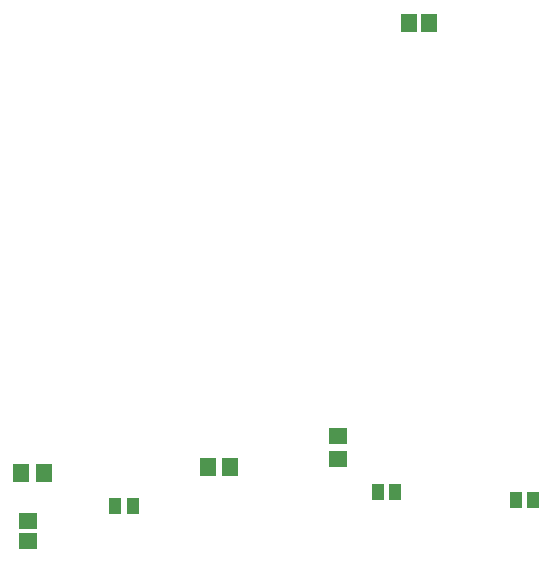
<source format=gbp>
%FSLAX24Y24*%
%MOIN*%
G70*
G01*
G75*
G04 Layer_Color=128*
%ADD10R,0.0630X0.0520*%
%ADD11R,0.0600X0.0520*%
%ADD12R,0.0800X0.0260*%
%ADD13R,0.0520X0.0630*%
%ADD14R,0.0520X0.0600*%
%ADD15C,0.0350*%
%ADD16C,0.0600*%
%ADD17C,0.0700*%
%ADD18R,0.1500X0.1500*%
%ADD19O,0.0600X0.1200*%
%ADD20C,0.0670*%
%ADD21O,0.0660X0.1320*%
%ADD22C,0.1300*%
G04:AMPARAMS|DCode=23|XSize=48mil|YSize=48mil|CornerRadius=0mil|HoleSize=0mil|Usage=FLASHONLY|Rotation=180.000|XOffset=0mil|YOffset=0mil|HoleType=Round|Shape=Octagon|*
%AMOCTAGOND23*
4,1,8,-0.0240,0.0120,-0.0240,-0.0120,-0.0120,-0.0240,0.0120,-0.0240,0.0240,-0.0120,0.0240,0.0120,0.0120,0.0240,-0.0120,0.0240,-0.0240,0.0120,0.0*
%
%ADD23OCTAGOND23*%

%ADD24C,0.0500*%
%ADD25R,0.0433X0.0551*%
%ADD26C,0.0650*%
%ADD27C,0.0060*%
%ADD28C,0.0040*%
%ADD29C,0.0020*%
%ADD30C,0.0100*%
%ADD31C,0.0034*%
%ADD32R,0.0300X0.0250*%
%ADD33R,0.0500X0.1100*%
%ADD34R,0.0050X0.0200*%
%ADD35R,0.0710X0.0600*%
%ADD36R,0.0680X0.0600*%
%ADD37R,0.0880X0.0340*%
%ADD38R,0.0600X0.0710*%
%ADD39R,0.0600X0.0680*%
%ADD40R,0.1580X0.1580*%
%ADD41O,0.0680X0.1280*%
%ADD42C,0.0750*%
%ADD43O,0.0740X0.1400*%
%ADD44C,0.1380*%
G04:AMPARAMS|DCode=45|XSize=56mil|YSize=56mil|CornerRadius=0mil|HoleSize=0mil|Usage=FLASHONLY|Rotation=180.000|XOffset=0mil|YOffset=0mil|HoleType=Round|Shape=Octagon|*
%AMOCTAGOND45*
4,1,8,-0.0280,0.0140,-0.0280,-0.0140,-0.0140,-0.0280,0.0140,-0.0280,0.0280,-0.0140,0.0280,0.0140,0.0140,0.0280,-0.0140,0.0280,-0.0280,0.0140,0.0*
%
%ADD45OCTAGOND45*%

%ADD46C,0.0580*%
%ADD47R,0.0513X0.0631*%
D10*
X13550Y10304D02*
D03*
Y9550D02*
D03*
D11*
X3200Y6825D02*
D03*
Y7500D02*
D03*
D13*
X9954Y9300D02*
D03*
X9200D02*
D03*
X3724Y9100D02*
D03*
X2970D02*
D03*
D14*
X15900Y24100D02*
D03*
X16575D02*
D03*
D25*
X6691Y8000D02*
D03*
X6100D02*
D03*
X14855Y8450D02*
D03*
X15445D02*
D03*
X19455Y8200D02*
D03*
X20045D02*
D03*
M02*

</source>
